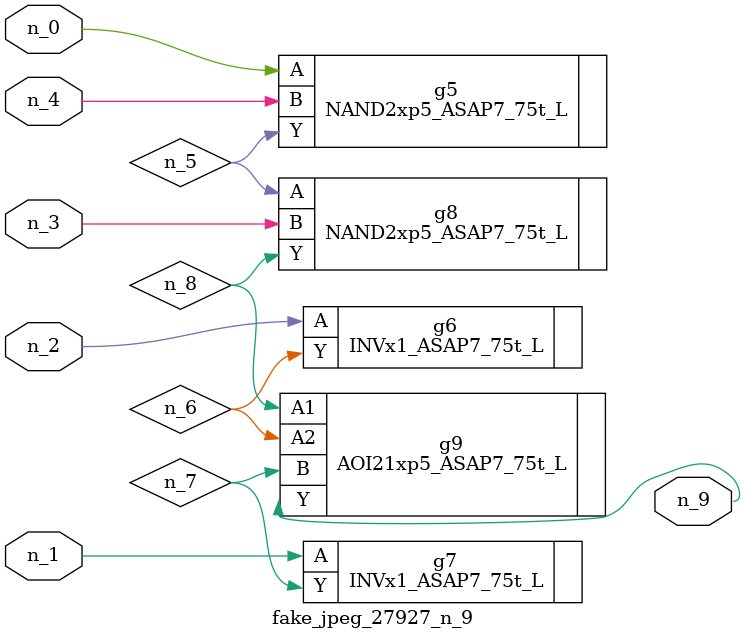
<source format=v>
module fake_jpeg_27927_n_9 (n_3, n_2, n_1, n_0, n_4, n_9);

input n_3;
input n_2;
input n_1;
input n_0;
input n_4;

output n_9;

wire n_8;
wire n_6;
wire n_5;
wire n_7;

NAND2xp5_ASAP7_75t_L g5 ( 
.A(n_0),
.B(n_4),
.Y(n_5)
);

INVx1_ASAP7_75t_L g6 ( 
.A(n_2),
.Y(n_6)
);

INVx1_ASAP7_75t_L g7 ( 
.A(n_1),
.Y(n_7)
);

NAND2xp5_ASAP7_75t_L g8 ( 
.A(n_5),
.B(n_3),
.Y(n_8)
);

AOI21xp5_ASAP7_75t_L g9 ( 
.A1(n_8),
.A2(n_6),
.B(n_7),
.Y(n_9)
);


endmodule
</source>
